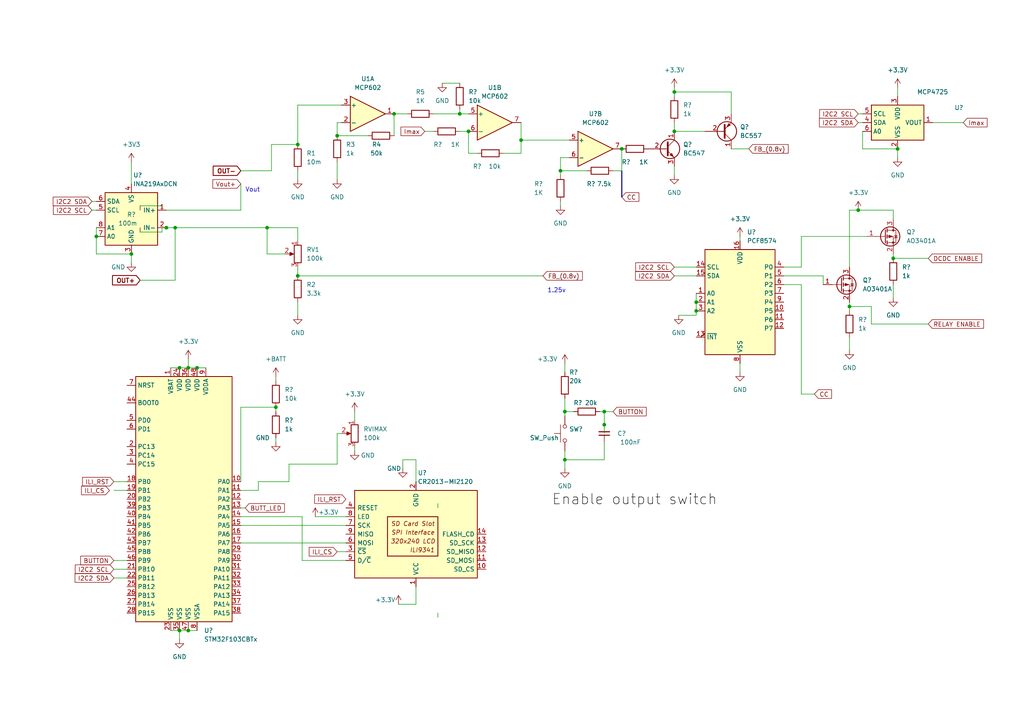
<source format=kicad_sch>
(kicad_sch (version 20211123) (generator eeschema)
  (paper "A4")
  (title_block (title "Massive Overkill Power Supply") (rev "0.1"))
  (lib_symbols
    (symbol "+3.3V_1" (power) (pin_names (offset 0))
      (property "Value" "+3.3V_1" (at 0 3.556 0))
      (symbol "+3.3V_1_0_1"
        (polyline (pts (xy -0.762 1.27) (xy 0 2.54)))
        (polyline (pts (xy 0 0) (xy 0 2.54)))
        (polyline (pts (xy 0 2.54) (xy 0.762 1.27)))
      )
      (symbol "+3.3V_1_1_1"
        (pin power_in line (at 0 0 90) (length 0) hide (name "+3.3V") (number "1"))
      )
    )
    (symbol "+3.3V_2" (power) (pin_names (offset 0))
      (property "Value" "+3.3V_2" (at 0 3.556 0))
      (symbol "+3.3V_2_0_1"
        (polyline (pts (xy -0.762 1.27) (xy 0 2.54)))
        (polyline (pts (xy 0 0) (xy 0 2.54)))
        (polyline (pts (xy 0 2.54) (xy 0.762 1.27)))
      )
      (symbol "+3.3V_2_1_1"
        (pin power_in line (at 0 0 90) (length 0) hide (name "+3.3V") (number "1"))
      )
    )
    (symbol "+3.3V_3" (power) (pin_names (offset 0))
      (property "Value" "+3.3V_3" (at 0 3.556 0))
      (symbol "+3.3V_3_0_1"
        (polyline (pts (xy -0.762 1.27) (xy 0 2.54)))
        (polyline (pts (xy 0 0) (xy 0 2.54)))
        (polyline (pts (xy 0 2.54) (xy 0.762 1.27)))
      )
      (symbol "+3.3V_3_1_1"
        (pin power_in line (at 0 0 90) (length 0) hide (name "+3.3V") (number "1"))
      )
    )
    (symbol "+3.3V_4" (power) (pin_names (offset 0))
      (property "Value" "+3.3V_4" (at 0 3.556 0))
      (symbol "+3.3V_4_0_1"
        (polyline (pts (xy -0.762 1.27) (xy 0 2.54)))
        (polyline (pts (xy 0 0) (xy 0 2.54)))
        (polyline (pts (xy 0 2.54) (xy 0.762 1.27)))
      )
      (symbol "+3.3V_4_1_1"
        (pin power_in line (at 0 0 90) (length 0) hide (name "+3.3V") (number "1"))
      )
    )
    (symbol "+3.3V_5" (power) (pin_names (offset 0))
      (property "Value" "+3.3V_5" (at 0 3.556 0))
      (symbol "+3.3V_5_0_1"
        (polyline (pts (xy -0.762 1.27) (xy 0 2.54)))
        (polyline (pts (xy 0 0) (xy 0 2.54)))
        (polyline (pts (xy 0 2.54) (xy 0.762 1.27)))
      )
      (symbol "+3.3V_5_1_1"
        (pin power_in line (at 0 0 90) (length 0) hide (name "+3.3V") (number "1"))
      )
    )
    (symbol "+3.3V_6" (power) (pin_names (offset 0))
      (property "Value" "+3.3V_6" (at 0 3.556 0))
      (symbol "+3.3V_6_0_1"
        (polyline (pts (xy -0.762 1.27) (xy 0 2.54)))
        (polyline (pts (xy 0 0) (xy 0 2.54)))
        (polyline (pts (xy 0 2.54) (xy 0.762 1.27)))
      )
      (symbol "+3.3V_6_1_1"
        (pin power_in line (at 0 0 90) (length 0) hide (name "+3.3V") (number "1"))
      )
    )
    (symbol "+3.3V_7" (power) (pin_names (offset 0))
      (property "Value" "+3.3V_7" (at 0 3.556 0))
      (symbol "+3.3V_7_0_1"
        (polyline (pts (xy -0.762 1.27) (xy 0 2.54)))
        (polyline (pts (xy 0 0) (xy 0 2.54)))
        (polyline (pts (xy 0 2.54) (xy 0.762 1.27)))
      )
      (symbol "+3.3V_7_1_1"
        (pin power_in line (at 0 0 90) (length 0) hide (name "+3.3V") (number "1"))
      )
    )
    (symbol "Amplifier_Operational:LM358" (pin_names (offset 0.127))
      (property "Reference" "U" (at 0 5.08 0))
      (property "Value" "LM358" (at 0 -5.08 0))
      (symbol "LM358_1_1"
        (polyline (pts (xy -5.08 5.08) (xy 5.08 0) (xy -5.08 -5.08) (xy -5.08 5.08)) (stroke (width 0.254)) (fill (type background)))
        (pin output line (at 7.62 0 180) (length 2.54) (name "~") (number "1"))
        (pin input line (at -7.62 -2.54 0) (length 2.54) (name "-") (number "2"))
        (pin input line (at -7.62 2.54 0) (length 2.54) (name "+") (number "3"))
      )
      (symbol "LM358_2_1"
        (polyline (pts (xy -5.08 5.08) (xy 5.08 0) (xy -5.08 -5.08) (xy -5.08 5.08)) (stroke (width 0.254)) (fill (type background)))
        (pin input line (at -7.62 2.54 0) (length 2.54) (name "+") (number "5"))
        (pin input line (at -7.62 -2.54 0) (length 2.54) (name "-") (number "6"))
        (pin output line (at 7.62 0 180) (length 2.54) (name "~") (number "7"))
      )
      (symbol "LM358_3_1"
        (pin power_in line (at -2.54 -7.62 90) (length 3.81) (name "V-") (number "4"))
        (pin power_in line (at -2.54 7.62 270) (length 3.81) (name "V+") (number "8"))
      )
    )
    (symbol "Analog_ADC:INA219AxDCN"
      (property "Reference" "U" (at -6.35 8.89 0))
      (property "Value" "INA219AxDCN" (at 6.35 8.89 0))
      (symbol "INA219AxDCN_0_1"
        (rectangle (start -7.62 7.62) (end 7.62 -7.62) (stroke (width 0.254)) (fill (type background)))
      )
      (symbol "INA219AxDCN_1_1"
        (pin input line (at -10.16 2.54 0) (length 2.54) (name "IN+") (number "1"))
        (pin input line (at -10.16 -2.54 0) (length 2.54) (name "IN-") (number "2"))
        (pin power_in line (at 0 -10.16 90) (length 2.54) (name "GND") (number "3"))
        (pin power_in line (at 0 10.16 270) (length 2.54) (name "VS") (number "4"))
        (pin input line (at 10.16 2.54 180) (length 2.54) (name "SCL") (number "5"))
        (pin bidirectional line (at 10.16 5.08 180) (length 2.54) (name "SDA") (number "6"))
        (pin input line (at 10.16 -5.08 180) (length 2.54) (name "A0") (number "7"))
        (pin input line (at 10.16 -2.54 180) (length 2.54) (name "A1") (number "8"))
      )
    )
    (symbol "Analog_DAC:MCP4725xxx-xCH"
      (property "Reference" "U" (at -6.35 6.35 0))
      (property "Value" "MCP4725xxx-xCH" (at 8.89 6.35 0))
      (symbol "MCP4725xxx-xCH_0_1"
        (rectangle (start -7.62 5.08) (end 7.62 -5.08) (stroke (width 0.254)) (fill (type background)))
      )
      (symbol "MCP4725xxx-xCH_1_1"
        (pin output line (at 10.16 0 180) (length 2.54) (name "VOUT") (number "1"))
        (pin power_in line (at 0 -7.62 90) (length 2.54) (name "VSS") (number "2"))
        (pin power_in line (at 0 7.62 270) (length 2.54) (name "VDD") (number "3"))
        (pin bidirectional line (at -10.16 0 0) (length 2.54) (name "SDA") (number "4"))
        (pin input line (at -10.16 2.54 0) (length 2.54) (name "SCL") (number "5"))
        (pin input line (at -10.16 -2.54 0) (length 2.54) (name "A0") (number "6"))
      )
    )
    (symbol "Device:C_Small" (pin_numbers hide) (pin_names (offset 0.254) hide)
      (property "Reference" "C" (at 0.254 1.778 0))
      (property "Value" "C_Small" (at 0.254 -2.032 0))
      (symbol "C_Small_0_1"
        (polyline (pts (xy -1.524 -0.508) (xy 1.524 -0.508)) (stroke (width 0.3302)))
        (polyline (pts (xy -1.524 0.508) (xy 1.524 0.508)) (stroke (width 0.3048)))
      )
      (symbol "C_Small_1_1"
        (pin passive line (at 0 2.54 270) (length 2.032) (name "~") (number "1"))
        (pin passive line (at 0 -2.54 90) (length 2.032) (name "~") (number "2"))
      )
    )
    (symbol "Device:R" (pin_numbers hide) (pin_names (offset 0))
      (property "Reference" "R" (at 2.032 0 90))
      (property "Value" "R" (at 0 0 90))
      (symbol "R_0_1"
        (rectangle (start -1.016 -2.54) (end 1.016 2.54) (stroke (width 0.254)))
      )
      (symbol "R_1_1"
        (pin passive line (at 0 3.81 270) (length 1.27) (name "~") (number "1"))
        (pin passive line (at 0 -3.81 90) (length 1.27) (name "~") (number "2"))
      )
    )
    (symbol "Device:R_Potentiometer" (pin_names (offset 1.016) hide)
      (property "Reference" "RV" (at -4.445 0 90))
      (property "Value" "R_Potentiometer" (at -2.54 0 90))
      (symbol "R_Potentiometer_0_1"
        (polyline (pts (xy 2.54 0) (xy 1.524 0)))
        (polyline (pts (xy 1.143 0) (xy 2.286 0.508) (xy 2.286 -0.508) (xy 1.143 0)) (fill (type outline)))
        (rectangle (start 1.016 2.54) (end -1.016 -2.54) (stroke (width 0.254)))
      )
      (symbol "R_Potentiometer_1_1"
        (pin passive line (at 0 3.81 270) (length 1.27) (name "1") (number "1"))
        (pin passive line (at 3.81 0 180) (length 1.27) (name "2") (number "2"))
        (pin passive line (at 0 -3.81 90) (length 1.27) (name "3") (number "3"))
      )
    )
    (symbol "Driver_Display:CR2013-MI2120" (pin_names (offset 0.762))
      (property "Reference" "U" (at -17.526 13.97 0))
      (property "Value" "CR2013-MI2120" (at 1.905 13.97 0))
      (symbol "CR2013-MI2120_0_0"
        (text "320x240 LCD" (at 0.889 2.032 0) (effects (font (size 1.27 1.27) italic)))
        (text "ILI9341" (at -5.461 4.572 0) (effects (font (size 1.27 1.27) italic) (justify left)))
        (text "SD Card Slot" (at -5.461 -3.048 0) (effects (font (size 1.27 1.27) italic) (justify left)))
        (text "SPI Interface" (at -5.461 -0.508 0) (effects (font (size 1.27 1.27) italic) (justify left)))
      )
      (symbol "CR2013-MI2120_0_1"
        (rectangle (start -17.78 12.7) (end 17.78 -12.7) (stroke (width 0.254)) (fill (type background)))
        (rectangle (start -6.35 6.35) (end 8.255 -5.08) (stroke (width 0.254)))
      )
      (symbol "CR2013-MI2120_1_1"
        (pin power_in line (at 0 15.24 270) (length 2.54) (name "VCC") (number "1"))
        (pin input line (at -20.32 10.16 0) (length 2.54) (name "SD_CS") (number "10"))
        (pin input line (at -20.32 7.62 0) (length 2.54) (name "SD_MOSI") (number "11"))
        (pin output line (at -20.32 5.08 0) (length 2.54) (name "SD_MISO") (number "12"))
        (pin input line (at -20.32 2.54 0) (length 2.54) (name "SD_SCK") (number "13"))
        (pin input line (at -20.32 0 0) (length 2.54) (name "FLASH_CD") (number "14"))
        (pin power_in line (at 0 -15.24 90) (length 2.54) (name "GND") (number "2"))
        (pin input line (at 20.32 5.08 180) (length 2.54) (name "~{CS}") (number "3"))
        (pin input line (at 20.32 -7.62 180) (length 2.54) (name "RESET") (number "4"))
        (pin input line (at 20.32 7.62 180) (length 2.54) (name "D/~{C}") (number "5"))
        (pin input line (at 20.32 2.54 180) (length 2.54) (name "MOSI") (number "6"))
        (pin input line (at 20.32 -2.54 180) (length 2.54) (name "SCK") (number "7"))
        (pin input line (at 20.32 -5.08 180) (length 2.54) (name "LED") (number "8"))
        (pin output line (at 20.32 0 180) (length 2.54) (name "MISO") (number "9"))
      )
    )
    (symbol "Interface_Expansion:PCF8574"
      (property "Reference" "U" (at -8.89 16.51 0))
      (property "Value" "PCF8574" (at 2.54 16.51 0))
      (symbol "PCF8574_0_1"
        (rectangle (start -10.16 15.24) (end 10.16 -15.24) (stroke (width 0.254)) (fill (type background)))
      )
      (symbol "PCF8574_1_1"
        (pin input line (at -12.7 2.54 0) (length 2.54) (name "A0") (number "1"))
        (pin bidirectional line (at 12.7 -2.54 180) (length 2.54) (name "P5") (number "10"))
        (pin bidirectional line (at 12.7 -5.08 180) (length 2.54) (name "P6") (number "11"))
        (pin bidirectional line (at 12.7 -7.62 180) (length 2.54) (name "P7") (number "12"))
        (pin open_collector output_low (at -12.7 -10.16 0) (length 2.54) (name "~{INT}") (number "13"))
        (pin input line (at -12.7 10.16 0) (length 2.54) (name "SCL") (number "14"))
        (pin bidirectional line (at -12.7 7.62 0) (length 2.54) (name "SDA") (number "15"))
        (pin power_in line (at 0 17.78 270) (length 2.54) (name "VDD") (number "16"))
        (pin input line (at -12.7 0 0) (length 2.54) (name "A1") (number "2"))
        (pin input line (at -12.7 -2.54 0) (length 2.54) (name "A2") (number "3"))
        (pin bidirectional line (at 12.7 10.16 180) (length 2.54) (name "P0") (number "4"))
        (pin bidirectional line (at 12.7 7.62 180) (length 2.54) (name "P1") (number "5"))
        (pin bidirectional line (at 12.7 5.08 180) (length 2.54) (name "P2") (number "6"))
        (pin bidirectional line (at 12.7 2.54 180) (length 2.54) (name "P3") (number "7"))
        (pin power_in line (at 0 -17.78 90) (length 2.54) (name "VSS") (number "8"))
        (pin bidirectional line (at 12.7 0 180) (length 2.54) (name "P4") (number "9"))
      )
    )
    (symbol "MCU_ST_STM32F1:STM32F103CBTx"
      (property "Reference" "U" (at -15.24 36.83 0))
      (property "Value" "STM32F103CBTx" (at 7.62 36.83 0))
      (symbol "STM32F103CBTx_0_1"
        (rectangle (start -15.24 -35.56) (end 12.7 35.56) (stroke (width 0.254)) (fill (type background)))
      )
      (symbol "STM32F103CBTx_1_1"
        (pin power_in line (at -5.08 38.1 270) (length 2.54) (name "VBAT") (number "1"))
        (pin bidirectional line (at 15.24 5.08 180) (length 2.54) (name "PA0") (number "10"))
        (pin bidirectional line (at 15.24 2.54 180) (length 2.54) (name "PA1") (number "11"))
        (pin bidirectional line (at 15.24 0 180) (length 2.54) (name "PA2") (number "12"))
        (pin bidirectional line (at 15.24 -2.54 180) (length 2.54) (name "PA3") (number "13"))
        (pin bidirectional line (at 15.24 -5.08 180) (length 2.54) (name "PA4") (number "14"))
        (pin bidirectional line (at 15.24 -7.62 180) (length 2.54) (name "PA5") (number "15"))
        (pin bidirectional line (at 15.24 -10.16 180) (length 2.54) (name "PA6") (number "16"))
        (pin bidirectional line (at 15.24 -12.7 180) (length 2.54) (name "PA7") (number "17"))
        (pin bidirectional line (at -17.78 5.08 0) (length 2.54) (name "PB0") (number "18"))
        (pin bidirectional line (at -17.78 2.54 0) (length 2.54) (name "PB1") (number "19"))
        (pin bidirectional line (at -17.78 15.24 0) (length 2.54) (name "PC13") (number "2"))
        (pin bidirectional line (at -17.78 0 0) (length 2.54) (name "PB2") (number "20"))
        (pin bidirectional line (at -17.78 -20.32 0) (length 2.54) (name "PB10") (number "21"))
        (pin bidirectional line (at -17.78 -22.86 0) (length 2.54) (name "PB11") (number "22"))
        (pin power_in line (at -5.08 -38.1 90) (length 2.54) (name "VSS") (number "23"))
        (pin power_in line (at -2.54 38.1 270) (length 2.54) (name "VDD") (number "24"))
        (pin bidirectional line (at -17.78 -25.4 0) (length 2.54) (name "PB12") (number "25"))
        (pin bidirectional line (at -17.78 -27.94 0) (length 2.54) (name "PB13") (number "26"))
        (pin bidirectional line (at -17.78 -30.48 0) (length 2.54) (name "PB14") (number "27"))
        (pin bidirectional line (at -17.78 -33.02 0) (length 2.54) (name "PB15") (number "28"))
        (pin bidirectional line (at 15.24 -15.24 180) (length 2.54) (name "PA8") (number "29"))
        (pin bidirectional line (at -17.78 12.7 0) (length 2.54) (name "PC14") (number "3"))
        (pin bidirectional line (at 15.24 -17.78 180) (length 2.54) (name "PA9") (number "30"))
        (pin bidirectional line (at 15.24 -20.32 180) (length 2.54) (name "PA10") (number "31"))
        (pin bidirectional line (at 15.24 -22.86 180) (length 2.54) (name "PA11") (number "32"))
        (pin bidirectional line (at 15.24 -25.4 180) (length 2.54) (name "PA12") (number "33"))
        (pin bidirectional line (at 15.24 -27.94 180) (length 2.54) (name "PA13") (number "34"))
        (pin power_in line (at -2.54 -38.1 90) (length 2.54) (name "VSS") (number "35"))
        (pin power_in line (at 0 38.1 270) (length 2.54) (name "VDD") (number "36"))
        (pin bidirectional line (at 15.24 -30.48 180) (length 2.54) (name "PA14") (number "37"))
        (pin bidirectional line (at 15.24 -33.02 180) (length 2.54) (name "PA15") (number "38"))
        (pin bidirectional line (at -17.78 -2.54 0) (length 2.54) (name "PB3") (number "39"))
        (pin bidirectional line (at -17.78 10.16 0) (length 2.54) (name "PC15") (number "4"))
        (pin bidirectional line (at -17.78 -5.08 0) (length 2.54) (name "PB4") (number "40"))
        (pin bidirectional line (at -17.78 -7.62 0) (length 2.54) (name "PB5") (number "41"))
        (pin bidirectional line (at -17.78 -10.16 0) (length 2.54) (name "PB6") (number "42"))
        (pin bidirectional line (at -17.78 -12.7 0) (length 2.54) (name "PB7") (number "43"))
        (pin input line (at -17.78 27.94 0) (length 2.54) (name "BOOT0") (number "44"))
        (pin bidirectional line (at -17.78 -15.24 0) (length 2.54) (name "PB8") (number "45"))
        (pin bidirectional line (at -17.78 -17.78 0) (length 2.54) (name "PB9") (number "46"))
        (pin power_in line (at 0 -38.1 90) (length 2.54) (name "VSS") (number "47"))
        (pin power_in line (at 2.54 38.1 270) (length 2.54) (name "VDD") (number "48"))
        (pin input line (at -17.78 22.86 0) (length 2.54) (name "PD0") (number "5"))
        (pin input line (at -17.78 20.32 0) (length 2.54) (name "PD1") (number "6"))
        (pin input line (at -17.78 33.02 0) (length 2.54) (name "NRST") (number "7"))
        (pin power_in line (at 2.54 -38.1 90) (length 2.54) (name "VSSA") (number "8"))
        (pin power_in line (at 5.08 38.1 270) (length 2.54) (name "VDDA") (number "9"))
      )
    )
    (symbol "Switch:SW_Push" (pin_numbers hide) (pin_names (offset 1.016) hide)
      (property "Reference" "SW" (at 1.27 2.54 0))
      (property "Value" "SW_Push" (at 0 -1.524 0))
      (symbol "SW_Push_0_1"
        (circle (center -2.032 0) (radius 0.508))
        (polyline (pts (xy 0 1.27) (xy 0 3.048)))
        (polyline (pts (xy 2.54 1.27) (xy -2.54 1.27)))
        (circle (center 2.032 0) (radius 0.508))
        (pin passive line (at -5.08 0 0) (length 2.54) (name "1") (number "1"))
        (pin passive line (at 5.08 0 180) (length 2.54) (name "2") (number "2"))
      )
    )
    (symbol "Transistor_BJT:BC547" (pin_names (offset 0) hide)
      (property "Reference" "Q" (at 5.08 1.905 0))
      (property "Value" "BC547" (at 5.08 0 0))
      (symbol "BC547_0_1"
        (polyline (pts (xy 0 0) (xy 0.635 0)))
        (polyline (pts (xy 0.635 0.635) (xy 2.54 2.54)))
        (polyline (pts (xy 0.635 -0.635) (xy 2.54 -2.54) (xy 2.54 -2.54)))
        (polyline (pts (xy 0.635 1.905) (xy 0.635 -1.905) (xy 0.635 -1.905)) (stroke (width 0.508)))
        (polyline (pts (xy 1.27 -1.778) (xy 1.778 -1.27) (xy 2.286 -2.286) (xy 1.27 -1.778) (xy 1.27 -1.778)) (fill (type outline)))
        (circle (center 1.27 0) (radius 2.8194) (stroke (width 0.254)))
      )
      (symbol "BC547_1_1"
        (pin passive line (at 2.54 5.08 270) (length 2.54) (name "C") (number "1"))
        (pin input line (at -5.08 0 0) (length 5.08) (name "B") (number "2"))
        (pin passive line (at 2.54 -5.08 90) (length 2.54) (name "E") (number "3"))
      )
    )
    (symbol "Transistor_BJT:BC557" (pin_names (offset 0) hide)
      (property "Reference" "Q" (at 5.08 1.905 0))
      (property "Value" "BC557" (at 5.08 0 0))
      (symbol "BC557_0_1"
        (polyline (pts (xy 0.635 0.635) (xy 2.54 2.54)))
        (polyline (pts (xy 0.635 -0.635) (xy 2.54 -2.54) (xy 2.54 -2.54)))
        (polyline (pts (xy 0.635 1.905) (xy 0.635 -1.905) (xy 0.635 -1.905)) (stroke (width 0.508)))
        (polyline (pts (xy 2.286 -1.778) (xy 1.778 -2.286) (xy 1.27 -1.27) (xy 2.286 -1.778) (xy 2.286 -1.778)) (fill (type outline)))
        (circle (center 1.27 0) (radius 2.8194) (stroke (width 0.254)))
      )
      (symbol "BC557_1_1"
        (pin passive line (at 2.54 5.08 270) (length 2.54) (name "C") (number "1"))
        (pin input line (at -5.08 0 0) (length 5.715) (name "B") (number "2"))
        (pin passive line (at 2.54 -5.08 90) (length 2.54) (name "E") (number "3"))
      )
    )
    (symbol "Transistor_FET:AO3401A" (pin_names hide)
      (property "Reference" "Q" (at 5.08 1.905 0))
      (property "Value" "AO3401A" (at 5.08 0 0))
      (symbol "AO3401A_0_1"
        (polyline (pts (xy 0.254 0) (xy -2.54 0)))
        (polyline (pts (xy 0.254 1.905) (xy 0.254 -1.905)) (stroke (width 0.254)))
        (polyline (pts (xy 0.762 -1.27) (xy 0.762 -2.286)) (stroke (width 0.254)))
        (polyline (pts (xy 0.762 0.508) (xy 0.762 -0.508)) (stroke (width 0.254)))
        (polyline (pts (xy 0.762 2.286) (xy 0.762 1.27)) (stroke (width 0.254)))
        (polyline (pts (xy 2.54 2.54) (xy 2.54 1.778)))
        (polyline (pts (xy 2.54 -2.54) (xy 2.54 0) (xy 0.762 0)))
        (polyline (pts (xy 0.762 1.778) (xy 3.302 1.778) (xy 3.302 -1.778) (xy 0.762 -1.778)))
        (polyline (pts (xy 2.286 0) (xy 1.27 0.381) (xy 1.27 -0.381) (xy 2.286 0)) (fill (type outline)))
        (polyline (pts (xy 2.794 -0.508) (xy 2.921 -0.381) (xy 3.683 -0.381) (xy 3.81 -0.254)))
        (polyline (pts (xy 3.302 -0.381) (xy 2.921 0.254) (xy 3.683 0.254) (xy 3.302 -0.381)))
        (circle (center 1.651 0) (radius 2.794) (stroke (width 0.254)))
        (circle (center 2.54 -1.778) (radius 0.254) (fill (type outline)))
        (circle (center 2.54 1.778) (radius 0.254) (fill (type outline)))
      )
      (symbol "AO3401A_1_1"
        (pin input line (at -5.08 0 0) (length 2.54) (name "G") (number "1"))
        (pin passive line (at 2.54 -5.08 90) (length 2.54) (name "S") (number "2"))
        (pin passive line (at 2.54 5.08 270) (length 2.54) (name "D") (number "3"))
      )
    )
    (symbol "power:+3.3V" (power) (pin_names (offset 0))
      (property "Value" "+3.3V" (at 0 3.556 0))
      (symbol "+3.3V_0_1"
        (polyline (pts (xy -0.762 1.27) (xy 0 2.54)))
        (polyline (pts (xy 0 0) (xy 0 2.54)))
        (polyline (pts (xy 0 2.54) (xy 0.762 1.27)))
      )
      (symbol "+3.3V_1_1"
        (pin power_in line (at 0 0 90) (length 0) hide (name "+3V3") (number "1"))
      )
    )
    (symbol "power:+BATT" (power) (pin_names (offset 0))
      (property "Value" "+BATT" (at 0 3.556 0))
      (symbol "+BATT_0_1"
        (polyline (pts (xy -0.762 1.27) (xy 0 2.54)))
        (polyline (pts (xy 0 0) (xy 0 2.54)))
        (polyline (pts (xy 0 2.54) (xy 0.762 1.27)))
      )
      (symbol "+BATT_1_1"
        (pin power_in line (at 0 0 90) (length 0) hide (name "+BATT") (number "1"))
      )
    )
    (symbol "power:GND" (power) (pin_names (offset 0))
      (property "Value" "GND" (at 0 -3.81 0))
      (symbol "GND_0_1"
        (polyline (pts (xy 0 0) (xy 0 -1.27) (xy 1.27 -1.27) (xy 0 -2.54) (xy -1.27 -1.27) (xy 0 -1.27)))
      )
      (symbol "GND_1_1"
        (pin power_in line (at 0 0 270) (length 0) hide (name "GND") (number "1"))
      )
    )
  )
  (junction (at 80.01 118.11))
  (junction (at 54.61 106.68))
  (junction (at 180.34 43.18))
  (junction (at 259.08 74.93))
  (junction (at 201.93 90.17))
  (junction (at 201.93 87.63))
  (junction (at 57.15 106.68))
  (junction (at 52.07 106.68))
  (junction (at 77.47 66.04))
  (junction (at 97.79 39.37))
  (junction (at 38.1 73.66))
  (junction (at 163.83 119.38))
  (junction (at 135.89 38.1))
  (junction (at 50.8 66.04))
  (junction (at 151.13 40.64))
  (junction (at 195.58 38.1))
  (junction (at 175.26 123.19))
  (junction (at 54.61 182.88))
  (junction (at 195.58 26.67))
  (junction (at 246.38 88.9))
  (junction (at 175.26 119.38))
  (junction (at 163.83 133.35))
  (junction (at 27.94 68.58))
  (junction (at 133.35 33.02))
  (junction (at 52.07 182.88))
  (junction (at 248.92 60.96))
  (junction (at 86.36 41.91))
  (junction (at 162.56 49.53))
  (junction (at 86.36 80.01))
  (junction (at 260.35 43.18))
  (junction (at 114.3 33.02))
  (junction (at 48.26 66.04))
  (wire (pts (xy 69.85 147.32) (xy 71.12 147.32)))
  (wire (pts (xy 133.35 33.02) (xy 135.89 33.02)))
  (wire (pts (xy 173.99 119.38) (xy 175.26 119.38)))
  (wire (pts (xy 97.79 39.37) (xy 106.68 39.37)))
  (wire (pts (xy 54.61 104.14) (xy 54.61 106.68)))
  (wire (pts (xy 125.73 33.02) (xy 133.35 33.02)))
  (wire (pts (xy 52.07 182.88) (xy 52.07 185.42)))
  (wire (pts (xy 77.47 66.04) (xy 77.47 73.66)))
  (wire (pts (xy 69.85 149.86) (xy 87.63 149.86)))
  (wire (pts (xy 40.64 59.69) (xy 46.99 59.69)))
  (wire (pts (xy 163.83 119.38) (xy 163.83 120.65)))
  (wire (pts (xy 127 146.05) (xy 127 147.32)))
  (wire (pts (xy 177.8 49.53) (xy 180.34 49.53)))
  (wire (pts (xy 26.67 60.96) (xy 27.94 60.96)))
  (wire (pts (xy 26.67 58.42) (xy 27.94 58.42)))
  (wire (pts (xy 196.85 91.44) (xy 201.93 91.44)))
  (wire (pts (xy 214.63 68.58) (xy 214.63 69.85)))
  (wire (pts (xy 246.38 88.9) (xy 246.38 90.17)))
  (wire (pts (xy 97.79 125.73) (xy 97.79 134.62)))
  (wire (pts (xy 151.13 40.64) (xy 151.13 44.45)))
  (wire (pts (xy 80.01 118.11) (xy 80.01 119.38)))
  (wire (pts (xy 50.8 66.04) (xy 50.8 81.28)))
  (wire (pts (xy 133.35 31.75) (xy 133.35 33.02)))
  (wire (pts (xy 151.13 35.56) (xy 151.13 40.64)))
  (wire (pts (xy 195.58 80.01) (xy 201.93 80.01)))
  (wire (pts (xy 252.73 88.9) (xy 246.38 88.9)))
  (wire (pts (xy 74.93 139.7) (xy 83.82 139.7)))
  (wire (pts (xy 252.73 93.98) (xy 252.73 88.9)))
  (wire (pts (xy 162.56 49.53) (xy 162.56 45.72)))
  (wire (pts (xy 102.87 129.54) (xy 102.87 130.81)))
  (wire (pts (xy 212.09 43.18) (xy 217.17 43.18)))
  (wire (pts (xy 115.57 175.26) (xy 120.65 175.26)))
  (wire (pts (xy 146.05 44.45) (xy 151.13 44.45)))
  (wire (pts (xy 97.79 35.56) (xy 99.06 35.56)))
  (wire (pts (xy 97.79 125.73) (xy 99.06 125.73)))
  (wire (pts (xy 260.35 43.18) (xy 260.35 45.72)))
  (wire (pts (xy 248.92 35.56) (xy 250.19 35.56)))
  (wire (pts (xy 54.61 106.68) (xy 57.15 106.68)))
  (wire (pts (xy 86.36 69.85) (xy 86.36 66.04)))
  (wire (pts (xy 80.01 127) (xy 80.01 128.27)))
  (wire (pts (xy 163.83 119.38) (xy 166.37 119.38)))
  (wire (pts (xy 77.47 66.04) (xy 86.36 66.04)))
  (wire (pts (xy 86.36 87.63) (xy 86.36 91.44)))
  (wire (pts (xy 162.56 50.8) (xy 162.56 49.53)))
  (wire (pts (xy 128.27 24.13) (xy 133.35 24.13)))
  (wire (pts (xy 46.99 67.31) (xy 46.99 66.04)))
  (wire (pts (xy 248.92 60.96) (xy 259.08 60.96)))
  (wire (pts (xy 163.83 133.35) (xy 163.83 135.89)))
  (wire (pts (xy 87.63 162.56) (xy 100.33 162.56)))
  (wire (pts (xy 114.3 33.02) (xy 118.11 33.02)))
  (wire (pts (xy 175.26 123.19) (xy 175.26 125.73)))
  (wire (pts (xy 135.89 38.1) (xy 135.89 44.45)))
  (wire (pts (xy 163.83 130.81) (xy 163.83 133.35)))
  (wire (pts (xy 77.47 73.66) (xy 82.55 73.66)))
  (wire (pts (xy 54.61 182.88) (xy 57.15 182.88)))
  (wire (pts (xy 78.74 41.91) (xy 86.36 41.91)))
  (wire (pts (xy 162.56 58.42) (xy 162.56 59.69)))
  (wire (pts (xy 270.51 35.56) (xy 279.4 35.56)))
  (wire (pts (xy 227.33 80.01) (xy 238.76 80.01)))
  (wire (pts (xy 27.94 68.58) (xy 27.94 73.66)))
  (wire (pts (xy 133.35 38.1) (xy 135.89 38.1)))
  (wire (pts (xy 48.26 60.96) (xy 69.85 60.96)))
  (wire (pts (xy 50.8 66.04) (xy 77.47 66.04)))
  (wire (pts (xy 250.19 43.18) (xy 260.35 43.18)))
  (wire (pts (xy 163.83 105.41) (xy 163.83 107.95)))
  (wire (pts (xy 69.85 53.34) (xy 69.85 60.96)))
  (wire (pts (xy 102.87 119.38) (xy 102.87 121.92)))
  (wire (pts (xy 40.64 81.28) (xy 50.8 81.28)))
  (wire (pts (xy 227.33 77.47) (xy 232.41 77.47)))
  (wire (pts (xy 175.26 119.38) (xy 175.26 123.19)))
  (wire (pts (xy 46.99 60.96) (xy 46.99 59.69)))
  (wire (pts (xy 120.65 170.18) (xy 120.65 175.26)))
  (wire (pts (xy 269.24 93.98) (xy 252.73 93.98)))
  (wire (pts (xy 135.89 44.45) (xy 138.43 44.45)))
  (wire (pts (xy 232.41 68.58) (xy 251.46 68.58)))
  (wire (pts (xy 33.02 165.1) (xy 36.83 165.1)))
  (wire (pts (xy 69.85 157.48) (xy 100.33 157.48)))
  (wire (pts (xy 201.93 85.09) (xy 201.93 87.63)))
  (wire (pts (xy 227.33 82.55) (xy 232.41 82.55)))
  (wire (pts (xy 97.79 46.99) (xy 97.79 52.07)))
  (wire (pts (xy 151.13 40.64) (xy 165.1 40.64)))
  (wire (pts (xy 57.15 106.68) (xy 59.69 106.68)))
  (wire (pts (xy 195.58 35.56) (xy 195.58 38.1)))
  (wire (pts (xy 175.26 133.35) (xy 163.83 133.35)))
  (wire (pts (xy 83.82 139.7) (xy 83.82 134.62)))
  (wire (pts (xy 212.09 26.67) (xy 212.09 33.02)))
  (wire (pts (xy 259.08 63.5) (xy 259.08 60.96)))
  (wire (pts (xy 38.1 73.66) (xy 38.1 76.2)))
  (wire (pts (xy 260.35 25.4) (xy 260.35 27.94)))
  (wire (pts (xy 69.85 118.11) (xy 69.85 139.7)))
  (wire (pts (xy 52.07 106.68) (xy 54.61 106.68)))
  (wire (pts (xy 74.93 142.24) (xy 74.93 139.7)))
  (wire (pts (xy 180.34 43.18) (xy 180.34 49.53)))
  (wire (pts (xy 49.53 182.88) (xy 52.07 182.88)))
  (wire (pts (xy 33.02 167.64) (xy 36.83 167.64)))
  (wire (pts (xy 48.26 66.04) (xy 50.8 66.04)))
  (wire (pts (xy 86.36 41.91) (xy 86.36 30.48)))
  (wire (pts (xy 175.26 119.38) (xy 177.8 119.38)))
  (wire (pts (xy 97.79 160.02) (xy 100.33 160.02)))
  (wire (pts (xy 40.64 67.31) (xy 46.99 67.31)))
  (wire (pts (xy 27.94 73.66) (xy 38.1 73.66)))
  (wire (pts (xy 246.38 87.63) (xy 246.38 88.9)))
  (wire (pts (xy 38.1 46.99) (xy 38.1 53.34)))
  (wire (pts (xy 162.56 45.72) (xy 165.1 45.72)))
  (wire (pts (xy 49.53 106.68) (xy 52.07 106.68)))
  (wire (pts (xy 86.36 49.53) (xy 86.36 52.07)))
  (wire (pts (xy 46.99 66.04) (xy 48.26 66.04)))
  (wire (pts (xy 259.08 82.55) (xy 259.08 86.36)))
  (wire (pts (xy 248.92 33.02) (xy 250.19 33.02)))
  (wire (pts (xy 175.26 128.27) (xy 175.26 133.35)))
  (wire (pts (xy 33.02 162.56) (xy 36.83 162.56)))
  (wire (pts (xy 78.74 41.91) (xy 78.74 49.53)))
  (wire (pts (xy 33.02 139.7) (xy 36.83 139.7)))
  (wire (pts (xy 163.83 115.57) (xy 163.83 119.38)))
  (wire (pts (xy 214.63 105.41) (xy 214.63 107.95)))
  (wire (pts (xy 69.85 142.24) (xy 74.93 142.24)))
  (wire (pts (xy 246.38 60.96) (xy 246.38 77.47)))
  (wire (pts (xy 86.36 80.01) (xy 157.48 80.01)))
  (wire (pts (xy 232.41 114.3) (xy 236.22 114.3)))
  (wire (pts (xy 248.92 60.96) (xy 246.38 60.96)))
  (wire (pts (xy 127 177.8) (xy 127 179.07)))
  (wire (pts (xy 69.85 49.53) (xy 78.74 49.53)))
  (wire (pts (xy 83.82 134.62) (xy 97.79 134.62)))
  (wire (pts (xy 80.01 109.22) (xy 80.01 110.49)))
  (wire (pts (xy 33.02 142.24) (xy 36.83 142.24)))
  (wire (pts (xy 259.08 74.93) (xy 269.24 74.93)))
  (wire (pts (xy 238.76 80.01) (xy 238.76 82.55)))
  (wire (pts (xy 27.94 66.04) (xy 27.94 68.58)))
  (wire (pts (xy 195.58 48.26) (xy 195.58 50.8)))
  (wire (pts (xy 246.38 97.79) (xy 246.38 101.6)))
  (wire (pts (xy 201.93 87.63) (xy 201.93 90.17)))
  (wire (pts (xy 69.85 118.11) (xy 80.01 118.11)))
  (wire (pts (xy 195.58 77.47) (xy 201.93 77.47)))
  (wire (pts (xy 69.85 152.4) (xy 100.33 152.4)))
  (wire (pts (xy 52.07 182.88) (xy 54.61 182.88)))
  (wire (pts (xy 86.36 30.48) (xy 99.06 30.48)))
  (wire (pts (xy 232.41 77.47) (xy 232.41 68.58)))
  (wire (pts (xy 116.84 133.35) (xy 120.65 133.35)))
  (wire (pts (xy 97.79 39.37) (xy 97.79 35.56)))
  (wire (pts (xy 114.3 33.02) (xy 114.3 39.37)))
  (bus (pts (xy 180.34 49.53) (xy 180.34 57.15)))
  (wire (pts (xy 116.84 135.89) (xy 116.84 133.35)))
  (wire (pts (xy 123.19 38.1) (xy 125.73 38.1)))
  (wire (pts (xy 120.65 133.35) (xy 120.65 139.7)))
  (wire (pts (xy 87.63 149.86) (xy 87.63 162.56)))
  (wire (pts (xy 86.36 77.47) (xy 86.36 80.01)))
  (wire (pts (xy 232.41 82.55) (xy 232.41 114.3)))
  (wire (pts (xy 195.58 26.67) (xy 195.58 27.94)))
  (wire (pts (xy 195.58 26.67) (xy 212.09 26.67)))
  (wire (pts (xy 195.58 25.4) (xy 195.58 26.67)))
  (wire (pts (xy 201.93 90.17) (xy 201.93 91.44)))
  (wire (pts (xy 259.08 73.66) (xy 259.08 74.93)))
  (wire (pts (xy 91.44 149.86) (xy 100.33 149.86)))
  (wire (pts (xy 250.19 38.1) (xy 250.19 43.18)))
  (wire (pts (xy 162.56 49.53) (xy 170.18 49.53)))
  (wire (pts (xy 195.58 38.1) (xy 204.47 38.1)))
  (text "1.25v" (at 158.75 85.09 0) (effects (font (size 1.27 1.27)) (justify left bottom)))
  (text "Vout" (at 71.12 55.88 0) (effects (font (size 1.27 1.27)) (justify left bottom)))
  (label "Enable output switch" (at 160.02 147.32 0) (effects (font (size 3 3))))
  (global_label "FB_(0.8v)" (shape input) (at 157.48 80.01 0) (property "Intersheet References" "${INTERSHEET_REFS}" (effects hide)))
  (global_label "I2C2 SDA" (shape input) (at 33.02 167.64 180) (property "Intersheet References" "${INTERSHEET_REFS}" (effects hide)))
  (global_label "I2C2 SCL" (shape input) (at 33.02 165.1 180) (property "Intersheet References" "${INTERSHEET_REFS}" (effects hide)))
  (global_label "ILI_RST" (shape input) (at 33.02 139.7 180) (property "Intersheet References" "${INTERSHEET_REFS}" (effects hide)))
  (global_label "I2C2 SDA" (shape input) (at 195.58 80.01 180) (property "Intersheet References" "${INTERSHEET_REFS}" (effects hide)))
  (global_label "BUTT_LED" (shape input) (at 71.12 147.32 0) (property "Intersheet References" "${INTERSHEET_REFS}" (effects hide)))
  (global_label "ILI_CS" (shape input) (at 31.75 142.24 180) (property "Intersheet References" "${INTERSHEET_REFS}" (effects hide)))
  (global_label "Imax" (shape input) (at 279.4 35.56 0) (property "Intersheet References" "${INTERSHEET_REFS}" (effects hide)))
  (global_label "ILI_RST" (shape input) (at 100.33 144.78 180) (property "Intersheet References" "${INTERSHEET_REFS}" (effects hide)))
  (global_label "ILI_CS" (shape input) (at 97.79 160.02 180) (property "Intersheet References" "${INTERSHEET_REFS}" (effects hide)))
  (global_label "BUTTON" (shape input) (at 33.02 162.56 180) (property "Intersheet References" "${INTERSHEET_REFS}" (effects hide)))
  (global_label "I2C2 SCL" (shape input) (at 26.67 60.96 180) (property "Intersheet References" "${INTERSHEET_REFS}" (effects hide)))
  (global_label "Imax" (shape input) (at 123.19 38.1 180) (property "Intersheet References" "${INTERSHEET_REFS}" (effects hide)))
  (global_label "I2C2 SCL" (shape input) (at 195.58 77.47 180) (property "Intersheet References" "${INTERSHEET_REFS}" (effects hide)))
  (global_label "OUT+" (shape input) (at 40.64 81.28 180) (effects (font (thickness 0.254) bold)) (property "Intersheet References" "${INTERSHEET_REFS}" (effects hide)))
  (global_label "DCDC ENABLE" (shape input) (at 269.24 74.93 0) (property "Intersheet References" "${INTERSHEET_REFS}" (effects hide)))
  (global_label "CC" (shape input) (at 236.22 114.3 0) (property "Intersheet References" "${INTERSHEET_REFS}" (effects hide)))
  (global_label "OUT-" (shape input) (at 69.85 49.53 180) (effects (font (thickness 0.254) bold)) (property "Intersheet References" "${INTERSHEET_REFS}" (effects hide)))
  (global_label "RELAY ENABLE" (shape input) (at 269.24 93.98 0) (property "Intersheet References" "${INTERSHEET_REFS}" (effects hide)))
  (global_label "Vout+" (shape input) (at 69.85 53.34 180) (property "Intersheet References" "${INTERSHEET_REFS}" (effects hide)))
  (global_label "CC" (shape input) (at 180.34 57.15 0) (property "Intersheet References" "${INTERSHEET_REFS}" (effects hide)))
  (global_label "I2C2 SCL" (shape input) (at 248.92 33.02 180) (property "Intersheet References" "${INTERSHEET_REFS}" (effects hide)))
  (global_label "BUTTON" (shape input) (at 177.8 119.38 0) (property "Intersheet References" "${INTERSHEET_REFS}" (effects hide)))
  (global_label "FB_(0.8v)" (shape input) (at 217.17 43.18 0) (property "Intersheet References" "${INTERSHEET_REFS}" (effects hide)))
  (global_label "I2C2 SDA" (shape input) (at 26.67 58.42 180) (property "Intersheet References" "${INTERSHEET_REFS}" (effects hide)))
  (global_label "I2C2 SDA" (shape input) (at 248.92 35.56 180) (property "Intersheet References" "${INTERSHEET_REFS}" (effects hide)))
  (symbol (lib_id "Device:R") (at 86.36 45.72 0) (unit 1)
    (property "Reference" "R1" (at 88.9 44.4499 0) (effects (justify left)))
    (property "Value" "10m" (at 88.9 46.9899 0) (effects (justify left)))
    (property "Footprint" "Resistor_SMD:R_0603_1608Metric" (effects hide))
  )
  (symbol (lib_id "Transistor_FET:AO3401A") (at 243.84 82.55 0) (unit 1)
    (property "Reference" "Q?" (at 250.19 81.2799 0) (effects (justify left)))
    (property "Value" "AO3401A" (at 250.19 83.8199 0) (effects (justify left)))
    (property "Footprint" "Package_TO_SOT_SMD:SOT-23" (effects hide))
    (property "Datasheet" "http://www.aosmd.com/pdfs/datasheet/AO3401A.pdf" (effects hide))
  )
  (symbol (lib_id "Device:C_Small") (at 175.26 125.73 180) (unit 1)
    (property "Reference" "C?" (at 180.34 125.73 0))
    (property "Value" "100nF" (at 182.88 128.27 0))
  )
  (symbol (lib_id "Device:R") (at 246.38 93.98 0) (unit 1)
    (property "Reference" "R?" (at 248.92 92.7099 0) (effects (justify left)))
    (property "Value" "1k" (at 248.92 95.2499 0) (effects (justify left)))
  )
  (symbol (lib_id "power:GND") (at 86.36 91.44 0) (unit 1)
    (property "Reference" "#PWR02" (effects hide))
    (property "Value" "GND" (at 86.36 96.52 0))
  )
  (symbol (lib_id "power:+BATT") (at 80.01 109.22 0) (unit 1)
    (property "Reference" "#PWR?" (effects hide))
    (property "Value" "+BATT" (at 80.01 104.14 0))
  )
  (symbol (lib_id "power:GND") (at 196.85 91.44 0) (unit 1)
    (property "Reference" "#PWR?" (effects hide))
    (property "Value" "GND" (at 196.85 96.52 0))
  )
  (symbol (lib_id "power:+3.3V") (at 38.1 46.99 0) (unit 1)
    (property "Reference" "#PWR?" (effects hide))
    (property "Value" "+3.3V" (at 38.1 41.91 0))
  )
  (symbol (lib_id "Device:R") (at 121.92 33.02 90) (unit 1)
    (property "Reference" "R5" (at 121.92 26.67 90))
    (property "Value" "1K" (at 121.92 29.21 90))
    (property "Footprint" "Resistor_SMD:R_0603_1608Metric" (effects hide))
  )
  (symbol (lib_name "+3.3V_3") (lib_id "power:+3.3V") (at 91.44 149.86 0) (unit 1)
    (property "Reference" "#PWR?" (effects hide))
    (property "Value" "+3.3V" (at 95.25 148.59 0))
  )
  (symbol (lib_id "Analog_ADC:INA219AxDCN") (at 38.1 63.5 0) (mirror y) (unit 1)
    (property "Reference" "U?" (at 38.6206 50.8 0) (effects (justify right)))
    (property "Value" "INA219AxDCN" (at 38.6206 53.34 0) (effects (justify right)))
    (property "Footprint" "Package_TO_SOT_SMD:SOT-23-8" (effects hide))
    (property "Datasheet" "http://www.ti.com/lit/ds/symlink/ina219.pdf" (effects hide))
  )
  (symbol (lib_id "Device:R") (at 40.64 63.5 0) (unit 1)
    (property "Reference" "R?" (at 36.83 62.23 0) (effects (justify left)))
    (property "Value" "100m" (at 34.29 64.77 0) (effects (justify left)))
    (property "Footprint" "Resistor_SMD:R_0603_1608Metric" (effects hide))
  )
  (symbol (lib_name "+3.3V_1") (lib_id "power:+3.3V") (at 260.35 25.4 0) (unit 1)
    (property "Reference" "#PWR?" (effects hide))
    (property "Value" "+3.3V" (at 260.35 20.32 0))
  )
  (symbol (lib_id "Interface_Expansion:PCF8574") (at 214.63 87.63 0) (unit 1)
    (property "Reference" "U?" (at 216.6494 67.31 0) (effects (justify left)))
    (property "Value" "PCF8574" (at 216.6494 69.85 0) (effects (justify left)))
    (property "Datasheet" "http://www.nxp.com/documents/data_sheet/PCF8574_PCF8574A.pdf" (effects hide))
  )
  (symbol (lib_name "+3.3V_4") (lib_id "power:+3.3V") (at 102.87 119.38 0) (unit 1)
    (property "Reference" "#PWR?" (effects hide))
    (property "Value" "+3.3V" (at 102.87 114.3 0))
  )
  (symbol (lib_id "power:GND") (at 195.58 50.8 0) (unit 1)
    (property "Reference" "#PWR?" (effects hide))
    (property "Value" "GND" (at 195.58 55.88 0))
  )
  (symbol (lib_id "Amplifier_Operational:LM358") (at 106.68 33.02 0) (unit 1)
    (property "Reference" "U1" (at 106.68 22.86 0))
    (property "Value" "MCP602" (at 106.68 25.4 0))
    (property "Footprint" "Package_SO:SOIC-8-N7_3.9x4.9mm_P1.27mm" (effects hide))
    (property "Datasheet" "http://www.ti.com/lit/ds/symlink/lm2904-n.pdf" (effects hide))
  )
  (symbol (lib_name "+3.3V_2") (lib_id "power:+3.3V") (at 115.57 175.26 0) (unit 1)
    (property "Reference" "#PWR?" (effects hide))
    (property "Value" "+3.3V" (at 111.76 173.99 0))
  )
  (symbol (lib_id "power:GND") (at 102.87 130.81 0) (mirror y) (unit 1)
    (property "Reference" "#PWR?" (effects hide))
    (property "Value" "GND" (at 106.68 132.08 0))
  )
  (symbol (lib_id "power:GND") (at 116.84 135.89 0) (unit 1)
    (property "Reference" "#PWR?" (effects hide))
    (property "Value" "GND" (at 114.3 135.89 0))
  )
  (symbol (lib_name "+3.3V_5") (lib_id "power:+3.3V") (at 163.83 105.41 0) (unit 1)
    (property "Reference" "#PWR?" (effects hide))
    (property "Value" "+3.3V" (at 158.75 104.14 0))
  )
  (symbol (lib_name "+3.3V_6") (lib_id "power:+3.3V") (at 214.63 68.58 0) (unit 1)
    (property "Reference" "#PWR?" (effects hide))
    (property "Value" "+3.3V" (at 214.63 63.5 0))
  )
  (symbol (lib_id "power:GND") (at 80.01 128.27 0) (unit 1)
    (property "Reference" "#PWR?" (effects hide))
    (property "Value" "GND" (at 76.2 127 0))
  )
  (symbol (lib_name "+3.3V_2") (lib_id "power:+3.3V") (at 54.61 104.14 0) (unit 1)
    (property "Reference" "#PWR?" (effects hide))
    (property "Value" "+3.3V" (at 54.61 99.06 0))
  )
  (symbol (lib_id "Device:R") (at 163.83 111.76 0) (unit 1)
    (property "Reference" "R?" (at 165.1 107.95 0) (effects (justify left)))
    (property "Value" "20k" (at 165.1 110.49 0) (effects (justify left)))
    (property "Footprint" "Resistor_SMD:R_0603_1608Metric" (effects hide))
  )
  (symbol (lib_id "power:GND") (at 162.56 59.69 0) (unit 1)
    (property "Reference" "#PWR?" (effects hide))
    (property "Value" "GND" (at 162.56 64.77 0))
  )
  (symbol (lib_id "power:GND") (at 97.79 52.07 0) (unit 1)
    (property "Reference" "#PWR03" (effects hide))
    (property "Value" "GND" (at 97.79 57.15 0))
  )
  (symbol (lib_id "Device:R") (at 129.54 38.1 90) (unit 1)
    (property "Reference" "R?" (at 127 41.91 90))
    (property "Value" "1K" (at 132.08 41.91 90))
    (property "Footprint" "Resistor_SMD:R_0603_1608Metric" (effects hide))
  )
  (symbol (lib_id "power:GND") (at 52.07 185.42 0) (unit 1)
    (property "Reference" "#PWR?" (effects hide))
    (property "Value" "GND" (at 52.07 190.5 0))
  )
  (symbol (lib_id "Device:R_Potentiometer") (at 102.87 125.73 0) (mirror y) (unit 1)
    (property "Reference" "RVIMAX" (at 105.41 124.4599 0) (effects (justify right)))
    (property "Value" "100k" (at 105.41 126.9999 0) (effects (justify right)))
  )
  (symbol (lib_id "power:GND") (at 246.38 101.6 0) (unit 1)
    (property "Reference" "#PWR?" (effects hide))
    (property "Value" "GND" (at 246.38 106.68 0))
  )
  (symbol (lib_id "Device:R") (at 80.01 114.3 0) (unit 1)
    (property "Reference" "R?" (at 82.55 113.0299 0) (effects (justify left)))
    (property "Value" "10k" (at 82.55 115.5699 0) (effects (justify left)))
    (property "Footprint" "Resistor_SMD:R_0603_1608Metric" (effects hide))
  )
  (symbol (lib_id "Device:R") (at 195.58 31.75 0) (unit 1)
    (property "Reference" "R?" (at 198.12 30.4799 0) (effects (justify left)))
    (property "Value" "1k" (at 198.12 33.0199 0) (effects (justify left)))
    (property "Footprint" "Resistor_SMD:R_0603_1608Metric" (effects hide))
  )
  (symbol (lib_id "Device:R") (at 110.49 39.37 90) (unit 1)
    (property "Reference" "R4" (at 109.22 41.91 90))
    (property "Value" "50k" (at 109.22 44.45 90))
    (property "Footprint" "Resistor_SMD:R_0603_1608Metric" (effects hide))
  )
  (symbol (lib_id "Device:R") (at 259.08 78.74 0) (unit 1)
    (property "Reference" "R?" (at 261.62 77.4699 0) (effects (justify left)))
    (property "Value" "1k" (at 261.62 80.0099 0) (effects (justify left)))
  )
  (symbol (lib_id "power:GND") (at 128.27 24.13 0) (unit 1)
    (property "Reference" "#PWR?" (effects hide))
    (property "Value" "GND" (at 128.27 29.21 0))
  )
  (symbol (lib_id "Transistor_BJT:BC557") (at 209.55 38.1 0) (mirror x) (unit 1)
    (property "Reference" "Q?" (at 214.63 36.8299 0) (effects (justify left)))
    (property "Value" "BC557" (at 214.63 39.3699 0) (effects (justify left)))
    (property "Footprint" "Package_TO_SOT_THT:TO-92_Inline" (effects hide))
    (property "Datasheet" "https://www.onsemi.com/pub/Collateral/BC556BTA-D.pdf" (effects hide))
  )
  (symbol (lib_id "Device:R") (at 133.35 27.94 0) (unit 1)
    (property "Reference" "R?" (at 135.89 26.6699 0) (effects (justify left)))
    (property "Value" "10k" (at 135.89 29.2099 0) (effects (justify left)))
    (property "Footprint" "Resistor_SMD:R_0603_1608Metric" (effects hide))
  )
  (symbol (lib_id "Amplifier_Operational:LM358") (at 143.51 35.56 0) (unit 2)
    (property "Reference" "U1" (at 143.51 25.4 0))
    (property "Value" "MCP602" (at 143.51 27.94 0))
    (property "Footprint" "Package_SO:SOIC-8-N7_3.9x4.9mm_P1.27mm" (effects hide))
    (property "Datasheet" "http://www.ti.com/lit/ds/symlink/lm2904-n.pdf" (effects hide))
  )
  (symbol (lib_id "Device:R") (at 80.01 123.19 0) (unit 1)
    (property "Reference" "R?" (at 82.55 121.9199 0) (effects (justify left)))
    (property "Value" "1k" (at 82.55 124.4599 0) (effects (justify left)))
    (property "Footprint" "Resistor_SMD:R_0603_1608Metric" (effects hide))
  )
  (symbol (lib_id "Switch:SW_Push") (at 163.83 125.73 90) (unit 1)
    (property "Reference" "SW?" (at 165.1 124.4599 90) (effects (justify right)))
    (property "Value" "SW_Push" (at 153.67 127 90) (effects (justify right)))
  )
  (symbol (lib_id "power:GND") (at 163.83 135.89 0) (unit 1)
    (property "Reference" "#PWR?" (effects hide))
    (property "Value" "GND" (at 163.83 140.97 0))
  )
  (symbol (lib_id "Device:R") (at 162.56 54.61 180) (unit 1)
    (property "Reference" "R?" (at 156.21 53.34 0))
    (property "Value" "1K" (at 156.21 55.88 0))
    (property "Footprint" "Resistor_SMD:R_0603_1608Metric" (effects hide))
  )
  (symbol (lib_id "power:GND") (at 38.1 76.2 0) (unit 1)
    (property "Reference" "#PWR?" (effects hide))
    (property "Value" "GND" (at 34.29 77.47 0))
  )
  (symbol (lib_id "Device:R_Potentiometer") (at 86.36 73.66 0) (mirror y) (unit 1)
    (property "Reference" "RV1" (at 88.9 72.3899 0) (effects (justify right)))
    (property "Value" "100k" (at 88.9 74.9299 0) (effects (justify right)))
    (property "Footprint" "Resistor_SMD:R_0603_1608Metric" (effects hide))
  )
  (symbol (lib_id "Analog_DAC:MCP4725xxx-xCH") (at 260.35 35.56 0) (unit 1)
    (property "Reference" "U?" (at 278.13 31.2293 0))
    (property "Value" "MCP4725" (at 270.51 26.67 0))
    (property "Footprint" "Package_TO_SOT_SMD:SOT-23-6" (effects hide))
    (property "Datasheet" "http://ww1.microchip.com/downloads/en/DeviceDoc/22039d.pdf" (effects hide))
  )
  (symbol (lib_id "Device:R") (at 97.79 43.18 0) (unit 1)
    (property "Reference" "R3" (at 100.33 41.9099 0) (effects (justify left)))
    (property "Value" "1k" (at 100.33 44.4499 0) (effects (justify left)))
    (property "Footprint" "Resistor_SMD:R_0603_1608Metric" (effects hide))
  )
  (symbol (lib_id "Device:R") (at 184.15 43.18 90) (unit 1)
    (property "Reference" "R?" (at 181.61 46.99 90))
    (property "Value" "1K" (at 186.69 46.99 90))
    (property "Footprint" "Resistor_SMD:R_0603_1608Metric" (effects hide))
  )
  (symbol (lib_name "+3.3V_6") (lib_id "power:+3.3V") (at 195.58 25.4 0) (unit 1)
    (property "Reference" "#PWR?" (effects hide))
    (property "Value" "+3.3V" (at 195.58 20.32 0))
  )
  (symbol (lib_id "Device:R") (at 170.18 119.38 270) (unit 1)
    (property "Reference" "R?" (at 167.64 116.84 90))
    (property "Value" "20k" (at 171.45 116.84 90))
    (property "Footprint" "Resistor_SMD:R_0603_1608Metric" (effects hide))
  )
  (symbol (lib_id "Amplifier_Operational:LM358") (at 172.72 43.18 0) (unit 2)
    (property "Reference" "U?" (at 172.72 33.02 0))
    (property "Value" "MCP602" (at 172.72 35.56 0))
    (property "Footprint" "Package_SO:SOIC-8-N7_3.9x4.9mm_P1.27mm" (effects hide))
    (property "Datasheet" "http://www.ti.com/lit/ds/symlink/lm2904-n.pdf" (effects hide))
  )
  (symbol (lib_id "MCU_ST_STM32F1:STM32F103CBTx") (at 54.61 144.78 0) (unit 1)
    (property "Reference" "U?" (at 59.1694 182.88 0) (effects (justify left)))
    (property "Value" "STM32F103CBTx" (at 59.1694 185.42 0) (effects (justify left)))
    (property "Footprint" "Package_QFP:LQFP-48_7x7mm_P0.5mm" (effects hide))
    (property "Datasheet" "http://www.st.com/st-web-ui/static/active/en/resource/technical/document/datasheet/CD00161566.pdf" (effects hide))
  )
  (symbol (lib_id "Device:R") (at 142.24 44.45 270) (unit 1)
    (property "Reference" "R?" (at 138.43 48.26 90))
    (property "Value" "10k" (at 143.51 48.26 90))
    (property "Footprint" "Resistor_SMD:R_0603_1608Metric" (effects hide))
  )
  (symbol (lib_id "Device:R") (at 173.99 49.53 270) (unit 1)
    (property "Reference" "R?" (at 171.45 53.34 90))
    (property "Value" "7.5k" (at 175.26 53.34 90))
    (property "Footprint" "Resistor_SMD:R_0603_1608Metric" (effects hide))
  )
  (symbol (lib_id "Transistor_FET:AO3401A") (at 256.54 68.58 0) (unit 1)
    (property "Reference" "Q?" (at 262.89 67.3099 0) (effects (justify left)))
    (property "Value" "AO3401A" (at 262.89 69.8499 0) (effects (justify left)))
    (property "Footprint" "Package_TO_SOT_SMD:SOT-23" (effects hide))
    (property "Datasheet" "http://www.aosmd.com/pdfs/datasheet/AO3401A.pdf" (effects hide))
  )
  (symbol (lib_id "power:GND") (at 86.36 52.07 0) (unit 1)
    (property "Reference" "#PWR01" (effects hide))
    (property "Value" "GND" (at 86.36 57.15 0))
  )
  (symbol (lib_id "Transistor_BJT:BC547") (at 193.04 43.18 0) (unit 1)
    (property "Reference" "Q?" (at 198.12 41.9099 0) (effects (justify left)))
    (property "Value" "BC547" (at 198.12 44.4499 0) (effects (justify left)))
    (property "Footprint" "Package_TO_SOT_THT:TO-92_Inline" (effects hide))
    (property "Datasheet" "https://www.onsemi.com/pub/Collateral/BC550-D.pdf" (effects hide))
  )
  (symbol (lib_id "power:GND") (at 214.63 107.95 0) (unit 1)
    (property "Reference" "#PWR?" (effects hide))
    (property "Value" "GND" (at 214.63 113.03 0))
  )
  (symbol (lib_name "+3.3V_7") (lib_id "power:+3.3V") (at 248.92 60.96 0) (unit 1)
    (property "Reference" "#PWR?" (effects hide))
    (property "Value" "+3.3V" (at 248.92 55.88 0))
  )
  (symbol (lib_id "power:GND") (at 260.35 45.72 0) (unit 1)
    (property "Reference" "#PWR?" (effects hide))
    (property "Value" "GND" (at 260.35 50.8 0))
  )
  (symbol (lib_id "Device:R") (at 86.36 83.82 0) (unit 1)
    (property "Reference" "R2" (at 88.9 82.5499 0) (effects (justify left)))
    (property "Value" "3.3k" (at 88.9 85.0899 0) (effects (justify left)))
    (property "Footprint" "Resistor_SMD:R_0603_1608Metric" (effects hide))
  )
  (symbol (lib_id "power:GND") (at 259.08 86.36 0) (unit 1)
    (property "Reference" "#PWR?" (effects hide))
    (property "Value" "GND" (at 259.08 91.44 0))
  )
  (symbol (lib_id "Driver_Display:CR2013-MI2120") (at 120.65 154.94 180) (unit 1)
    (property "Reference" "U?" (at 121.1706 137.16 0) (effects (justify right)))
    (property "Value" "CR2013-MI2120" (at 121.1706 139.7 0) (effects (justify right)))
    (property "Footprint" "Display:CR2013-MI2120" (effects hide))
    (property "Datasheet" "http://pan.baidu.com/s/11Y990" (effects hide))
  )
)
</source>
